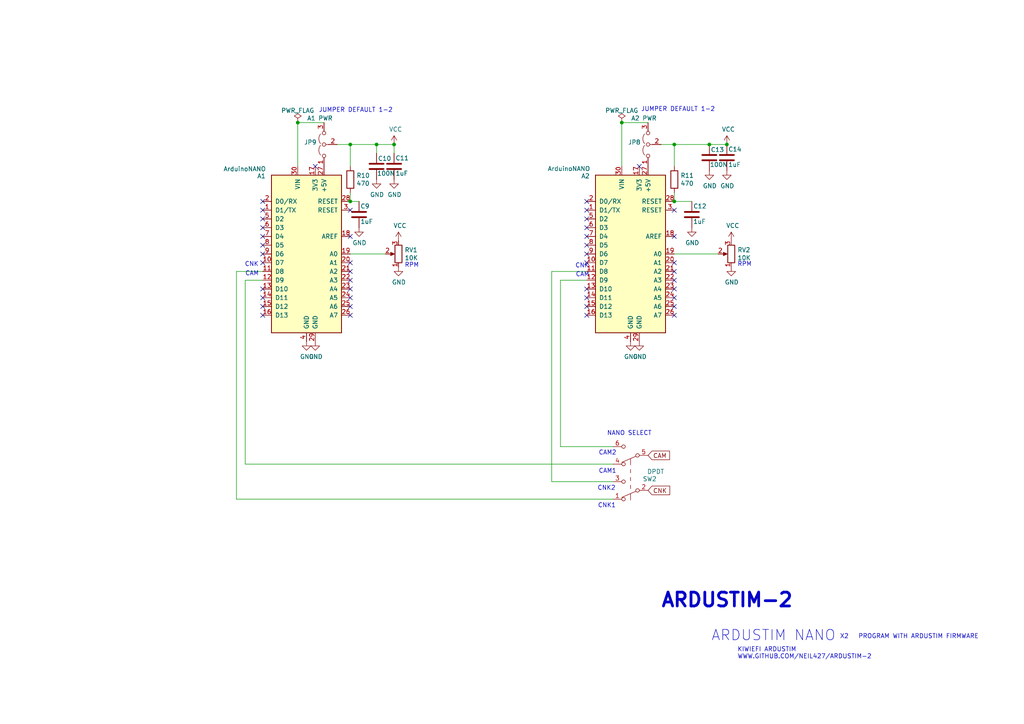
<source format=kicad_sch>
(kicad_sch (version 20230121) (generator eeschema)

  (uuid e333374e-2ddc-4e26-9fe1-57bee1845c98)

  (paper "A4")

  (lib_symbols
    (symbol "Device:C" (pin_numbers hide) (pin_names (offset 0.254)) (in_bom yes) (on_board yes)
      (property "Reference" "C" (at 0.635 2.54 0)
        (effects (font (size 1.27 1.27)) (justify left))
      )
      (property "Value" "C" (at 0.635 -2.54 0)
        (effects (font (size 1.27 1.27)) (justify left))
      )
      (property "Footprint" "" (at 0.9652 -3.81 0)
        (effects (font (size 1.27 1.27)) hide)
      )
      (property "Datasheet" "~" (at 0 0 0)
        (effects (font (size 1.27 1.27)) hide)
      )
      (property "ki_keywords" "cap capacitor" (at 0 0 0)
        (effects (font (size 1.27 1.27)) hide)
      )
      (property "ki_description" "Unpolarized capacitor" (at 0 0 0)
        (effects (font (size 1.27 1.27)) hide)
      )
      (property "ki_fp_filters" "C_*" (at 0 0 0)
        (effects (font (size 1.27 1.27)) hide)
      )
      (symbol "C_0_1"
        (polyline
          (pts
            (xy -2.032 -0.762)
            (xy 2.032 -0.762)
          )
          (stroke (width 0.508) (type default))
          (fill (type none))
        )
        (polyline
          (pts
            (xy -2.032 0.762)
            (xy 2.032 0.762)
          )
          (stroke (width 0.508) (type default))
          (fill (type none))
        )
      )
      (symbol "C_1_1"
        (pin passive line (at 0 3.81 270) (length 2.794)
          (name "~" (effects (font (size 1.27 1.27))))
          (number "1" (effects (font (size 1.27 1.27))))
        )
        (pin passive line (at 0 -3.81 90) (length 2.794)
          (name "~" (effects (font (size 1.27 1.27))))
          (number "2" (effects (font (size 1.27 1.27))))
        )
      )
    )
    (symbol "Device:R" (pin_numbers hide) (pin_names (offset 0)) (in_bom yes) (on_board yes)
      (property "Reference" "R" (at 2.032 0 90)
        (effects (font (size 1.27 1.27)))
      )
      (property "Value" "R" (at 0 0 90)
        (effects (font (size 1.27 1.27)))
      )
      (property "Footprint" "" (at -1.778 0 90)
        (effects (font (size 1.27 1.27)) hide)
      )
      (property "Datasheet" "~" (at 0 0 0)
        (effects (font (size 1.27 1.27)) hide)
      )
      (property "ki_keywords" "R res resistor" (at 0 0 0)
        (effects (font (size 1.27 1.27)) hide)
      )
      (property "ki_description" "Resistor" (at 0 0 0)
        (effects (font (size 1.27 1.27)) hide)
      )
      (property "ki_fp_filters" "R_*" (at 0 0 0)
        (effects (font (size 1.27 1.27)) hide)
      )
      (symbol "R_0_1"
        (rectangle (start -1.016 -2.54) (end 1.016 2.54)
          (stroke (width 0.254) (type default))
          (fill (type none))
        )
      )
      (symbol "R_1_1"
        (pin passive line (at 0 3.81 270) (length 1.27)
          (name "~" (effects (font (size 1.27 1.27))))
          (number "1" (effects (font (size 1.27 1.27))))
        )
        (pin passive line (at 0 -3.81 90) (length 1.27)
          (name "~" (effects (font (size 1.27 1.27))))
          (number "2" (effects (font (size 1.27 1.27))))
        )
      )
    )
    (symbol "Jumper:Jumper_3_Open" (pin_names (offset 0) hide) (in_bom yes) (on_board yes)
      (property "Reference" "JP" (at -2.54 -2.54 0)
        (effects (font (size 1.27 1.27)))
      )
      (property "Value" "Jumper_3_Open" (at 0 2.794 0)
        (effects (font (size 1.27 1.27)))
      )
      (property "Footprint" "" (at 0 0 0)
        (effects (font (size 1.27 1.27)) hide)
      )
      (property "Datasheet" "~" (at 0 0 0)
        (effects (font (size 1.27 1.27)) hide)
      )
      (property "ki_keywords" "Jumper SPDT" (at 0 0 0)
        (effects (font (size 1.27 1.27)) hide)
      )
      (property "ki_description" "Jumper, 3-pole, both open" (at 0 0 0)
        (effects (font (size 1.27 1.27)) hide)
      )
      (property "ki_fp_filters" "Jumper* TestPoint*3Pads* TestPoint*Bridge*" (at 0 0 0)
        (effects (font (size 1.27 1.27)) hide)
      )
      (symbol "Jumper_3_Open_0_0"
        (circle (center -3.302 0) (radius 0.508)
          (stroke (width 0) (type default))
          (fill (type none))
        )
        (circle (center 0 0) (radius 0.508)
          (stroke (width 0) (type default))
          (fill (type none))
        )
        (circle (center 3.302 0) (radius 0.508)
          (stroke (width 0) (type default))
          (fill (type none))
        )
      )
      (symbol "Jumper_3_Open_0_1"
        (arc (start -0.254 1.016) (mid -1.651 1.4992) (end -3.048 1.016)
          (stroke (width 0) (type default))
          (fill (type none))
        )
        (polyline
          (pts
            (xy 0 -0.508)
            (xy 0 -1.27)
          )
          (stroke (width 0) (type default))
          (fill (type none))
        )
        (arc (start 3.048 1.016) (mid 1.651 1.4992) (end 0.254 1.016)
          (stroke (width 0) (type default))
          (fill (type none))
        )
      )
      (symbol "Jumper_3_Open_1_1"
        (pin passive line (at -6.35 0 0) (length 2.54)
          (name "A" (effects (font (size 1.27 1.27))))
          (number "1" (effects (font (size 1.27 1.27))))
        )
        (pin passive line (at 0 -3.81 90) (length 2.54)
          (name "C" (effects (font (size 1.27 1.27))))
          (number "2" (effects (font (size 1.27 1.27))))
        )
        (pin passive line (at 6.35 0 180) (length 2.54)
          (name "B" (effects (font (size 1.27 1.27))))
          (number "3" (effects (font (size 1.27 1.27))))
        )
      )
    )
    (symbol "KiwiStim0.3-rescue:Arduino_Nano_v3.x-MCU_Module" (pin_names (offset 1.016)) (in_bom yes) (on_board yes)
      (property "Reference" "A" (at -5.08 26.035 0)
        (effects (font (size 1.27 1.27)) (justify right))
      )
      (property "Value" "MCU_Module_Arduino_Nano_v3.x" (at -5.08 24.13 0)
        (effects (font (size 1.27 1.27)) (justify right))
      )
      (property "Footprint" "Module:Arduino_Nano" (at 3.81 -24.13 0)
        (effects (font (size 1.27 1.27)) (justify left) hide)
      )
      (property "Datasheet" "" (at 0 -25.4 0)
        (effects (font (size 1.27 1.27)) hide)
      )
      (property "ki_fp_filters" "Arduino*Nano*" (at 0 0 0)
        (effects (font (size 1.27 1.27)) hide)
      )
      (symbol "Arduino_Nano_v3.x-MCU_Module_0_1"
        (rectangle (start -10.16 22.86) (end 10.16 -22.86)
          (stroke (width 0.254) (type solid))
          (fill (type background))
        )
      )
      (symbol "Arduino_Nano_v3.x-MCU_Module_1_1"
        (pin bidirectional line (at -12.7 12.7 0) (length 2.54)
          (name "D1/TX" (effects (font (size 1.27 1.27))))
          (number "1" (effects (font (size 1.27 1.27))))
        )
        (pin bidirectional line (at -12.7 -2.54 0) (length 2.54)
          (name "D7" (effects (font (size 1.27 1.27))))
          (number "10" (effects (font (size 1.27 1.27))))
        )
        (pin bidirectional line (at -12.7 -5.08 0) (length 2.54)
          (name "D8" (effects (font (size 1.27 1.27))))
          (number "11" (effects (font (size 1.27 1.27))))
        )
        (pin bidirectional line (at -12.7 -7.62 0) (length 2.54)
          (name "D9" (effects (font (size 1.27 1.27))))
          (number "12" (effects (font (size 1.27 1.27))))
        )
        (pin bidirectional line (at -12.7 -10.16 0) (length 2.54)
          (name "D10" (effects (font (size 1.27 1.27))))
          (number "13" (effects (font (size 1.27 1.27))))
        )
        (pin bidirectional line (at -12.7 -12.7 0) (length 2.54)
          (name "D11" (effects (font (size 1.27 1.27))))
          (number "14" (effects (font (size 1.27 1.27))))
        )
        (pin bidirectional line (at -12.7 -15.24 0) (length 2.54)
          (name "D12" (effects (font (size 1.27 1.27))))
          (number "15" (effects (font (size 1.27 1.27))))
        )
        (pin bidirectional line (at -12.7 -17.78 0) (length 2.54)
          (name "D13" (effects (font (size 1.27 1.27))))
          (number "16" (effects (font (size 1.27 1.27))))
        )
        (pin power_out line (at 2.54 25.4 270) (length 2.54)
          (name "3V3" (effects (font (size 1.27 1.27))))
          (number "17" (effects (font (size 1.27 1.27))))
        )
        (pin input line (at 12.7 5.08 180) (length 2.54)
          (name "AREF" (effects (font (size 1.27 1.27))))
          (number "18" (effects (font (size 1.27 1.27))))
        )
        (pin bidirectional line (at 12.7 0 180) (length 2.54)
          (name "A0" (effects (font (size 1.27 1.27))))
          (number "19" (effects (font (size 1.27 1.27))))
        )
        (pin bidirectional line (at -12.7 15.24 0) (length 2.54)
          (name "D0/RX" (effects (font (size 1.27 1.27))))
          (number "2" (effects (font (size 1.27 1.27))))
        )
        (pin bidirectional line (at 12.7 -2.54 180) (length 2.54)
          (name "A1" (effects (font (size 1.27 1.27))))
          (number "20" (effects (font (size 1.27 1.27))))
        )
        (pin bidirectional line (at 12.7 -5.08 180) (length 2.54)
          (name "A2" (effects (font (size 1.27 1.27))))
          (number "21" (effects (font (size 1.27 1.27))))
        )
        (pin bidirectional line (at 12.7 -7.62 180) (length 2.54)
          (name "A3" (effects (font (size 1.27 1.27))))
          (number "22" (effects (font (size 1.27 1.27))))
        )
        (pin bidirectional line (at 12.7 -10.16 180) (length 2.54)
          (name "A4" (effects (font (size 1.27 1.27))))
          (number "23" (effects (font (size 1.27 1.27))))
        )
        (pin bidirectional line (at 12.7 -12.7 180) (length 2.54)
          (name "A5" (effects (font (size 1.27 1.27))))
          (number "24" (effects (font (size 1.27 1.27))))
        )
        (pin bidirectional line (at 12.7 -15.24 180) (length 2.54)
          (name "A6" (effects (font (size 1.27 1.27))))
          (number "25" (effects (font (size 1.27 1.27))))
        )
        (pin bidirectional line (at 12.7 -17.78 180) (length 2.54)
          (name "A7" (effects (font (size 1.27 1.27))))
          (number "26" (effects (font (size 1.27 1.27))))
        )
        (pin power_out line (at 5.08 25.4 270) (length 2.54)
          (name "+5V" (effects (font (size 1.27 1.27))))
          (number "27" (effects (font (size 1.27 1.27))))
        )
        (pin input line (at 12.7 15.24 180) (length 2.54)
          (name "RESET" (effects (font (size 1.27 1.27))))
          (number "28" (effects (font (size 1.27 1.27))))
        )
        (pin power_in line (at 2.54 -25.4 90) (length 2.54)
          (name "GND" (effects (font (size 1.27 1.27))))
          (number "29" (effects (font (size 1.27 1.27))))
        )
        (pin input line (at 12.7 12.7 180) (length 2.54)
          (name "RESET" (effects (font (size 1.27 1.27))))
          (number "3" (effects (font (size 1.27 1.27))))
        )
        (pin power_in line (at -2.54 25.4 270) (length 2.54)
          (name "VIN" (effects (font (size 1.27 1.27))))
          (number "30" (effects (font (size 1.27 1.27))))
        )
        (pin power_in line (at 0 -25.4 90) (length 2.54)
          (name "GND" (effects (font (size 1.27 1.27))))
          (number "4" (effects (font (size 1.27 1.27))))
        )
        (pin bidirectional line (at -12.7 10.16 0) (length 2.54)
          (name "D2" (effects (font (size 1.27 1.27))))
          (number "5" (effects (font (size 1.27 1.27))))
        )
        (pin bidirectional line (at -12.7 7.62 0) (length 2.54)
          (name "D3" (effects (font (size 1.27 1.27))))
          (number "6" (effects (font (size 1.27 1.27))))
        )
        (pin bidirectional line (at -12.7 5.08 0) (length 2.54)
          (name "D4" (effects (font (size 1.27 1.27))))
          (number "7" (effects (font (size 1.27 1.27))))
        )
        (pin bidirectional line (at -12.7 2.54 0) (length 2.54)
          (name "D5" (effects (font (size 1.27 1.27))))
          (number "8" (effects (font (size 1.27 1.27))))
        )
        (pin bidirectional line (at -12.7 0 0) (length 2.54)
          (name "D6" (effects (font (size 1.27 1.27))))
          (number "9" (effects (font (size 1.27 1.27))))
        )
      )
    )
    (symbol "KiwiStim0.3-rescue:R_POT-Device" (pin_names (offset 1.016) hide) (in_bom yes) (on_board yes)
      (property "Reference" "RV" (at -4.445 0 90)
        (effects (font (size 1.27 1.27)))
      )
      (property "Value" "Device_R_POT" (at -2.54 0 90)
        (effects (font (size 1.27 1.27)))
      )
      (property "Footprint" "" (at 0 0 0)
        (effects (font (size 1.27 1.27)) hide)
      )
      (property "Datasheet" "" (at 0 0 0)
        (effects (font (size 1.27 1.27)) hide)
      )
      (property "ki_fp_filters" "Potentiometer*" (at 0 0 0)
        (effects (font (size 1.27 1.27)) hide)
      )
      (symbol "R_POT-Device_0_1"
        (polyline
          (pts
            (xy 2.54 0)
            (xy 1.524 0)
          )
          (stroke (width 0) (type solid))
          (fill (type none))
        )
        (polyline
          (pts
            (xy 1.143 0)
            (xy 2.286 0.508)
            (xy 2.286 -0.508)
            (xy 1.143 0)
          )
          (stroke (width 0) (type solid))
          (fill (type outline))
        )
        (rectangle (start 1.016 2.54) (end -1.016 -2.54)
          (stroke (width 0.254) (type solid))
          (fill (type none))
        )
      )
      (symbol "R_POT-Device_1_1"
        (pin passive line (at 0 3.81 270) (length 1.27)
          (name "1" (effects (font (size 1.27 1.27))))
          (number "1" (effects (font (size 1.27 1.27))))
        )
        (pin passive line (at 3.81 0 180) (length 1.27)
          (name "2" (effects (font (size 1.27 1.27))))
          (number "2" (effects (font (size 1.27 1.27))))
        )
        (pin passive line (at 0 -3.81 90) (length 1.27)
          (name "3" (effects (font (size 1.27 1.27))))
          (number "3" (effects (font (size 1.27 1.27))))
        )
      )
    )
    (symbol "Switch:SW_Push_DPDT" (pin_names (offset 0) hide) (in_bom yes) (on_board yes)
      (property "Reference" "SW" (at 0 8.89 0)
        (effects (font (size 1.27 1.27)))
      )
      (property "Value" "SW_Push_DPDT" (at 0 -10.16 0)
        (effects (font (size 1.27 1.27)))
      )
      (property "Footprint" "" (at 0 5.08 0)
        (effects (font (size 1.27 1.27)) hide)
      )
      (property "Datasheet" "~" (at 0 5.08 0)
        (effects (font (size 1.27 1.27)) hide)
      )
      (property "ki_keywords" "switch dual-pole double-throw spdt ON-ON" (at 0 0 0)
        (effects (font (size 1.27 1.27)) hide)
      )
      (property "ki_description" "Momentary Switch, dual pole double throw" (at 0 0 0)
        (effects (font (size 1.27 1.27)) hide)
      )
      (symbol "SW_Push_DPDT_0_0"
        (circle (center -2.032 -5.08) (radius 0.508)
          (stroke (width 0) (type default))
          (fill (type none))
        )
        (circle (center -2.032 5.08) (radius 0.508)
          (stroke (width 0) (type default))
          (fill (type none))
        )
        (circle (center 2.032 -7.62) (radius 0.508)
          (stroke (width 0) (type default))
          (fill (type none))
        )
        (circle (center 2.032 2.54) (radius 0.508)
          (stroke (width 0) (type default))
          (fill (type none))
        )
      )
      (symbol "SW_Push_DPDT_0_1"
        (polyline
          (pts
            (xy -1.524 -4.826)
            (xy 2.54 -3.048)
          )
          (stroke (width 0) (type default))
          (fill (type none))
        )
        (polyline
          (pts
            (xy -1.524 5.334)
            (xy 2.54 7.112)
          )
          (stroke (width 0) (type default))
          (fill (type none))
        )
        (polyline
          (pts
            (xy 0 -2.286)
            (xy 0 -4.064)
          )
          (stroke (width 0) (type default))
          (fill (type none))
        )
        (polyline
          (pts
            (xy 0 -1.016)
            (xy 0 0)
          )
          (stroke (width 0) (type default))
          (fill (type none))
        )
        (polyline
          (pts
            (xy 0 1.27)
            (xy 0 2.286)
          )
          (stroke (width 0) (type default))
          (fill (type none))
        )
        (polyline
          (pts
            (xy 0 3.556)
            (xy 0 4.572)
          )
          (stroke (width 0) (type default))
          (fill (type none))
        )
        (polyline
          (pts
            (xy 0 7.874)
            (xy 0 6.096)
          )
          (stroke (width 0) (type default))
          (fill (type none))
        )
        (circle (center 2.032 -2.54) (radius 0.508)
          (stroke (width 0) (type default))
          (fill (type none))
        )
        (circle (center 2.032 7.62) (radius 0.508)
          (stroke (width 0) (type default))
          (fill (type none))
        )
      )
      (symbol "SW_Push_DPDT_1_1"
        (pin passive line (at 5.08 7.62 180) (length 2.54)
          (name "A" (effects (font (size 1.27 1.27))))
          (number "1" (effects (font (size 1.27 1.27))))
        )
        (pin passive line (at -5.08 5.08 0) (length 2.54)
          (name "B" (effects (font (size 1.27 1.27))))
          (number "2" (effects (font (size 1.27 1.27))))
        )
        (pin passive line (at 5.08 2.54 180) (length 2.54)
          (name "C" (effects (font (size 1.27 1.27))))
          (number "3" (effects (font (size 1.27 1.27))))
        )
        (pin passive line (at 5.08 -2.54 180) (length 2.54)
          (name "A" (effects (font (size 1.27 1.27))))
          (number "4" (effects (font (size 1.27 1.27))))
        )
        (pin passive line (at -5.08 -5.08 0) (length 2.54)
          (name "B" (effects (font (size 1.27 1.27))))
          (number "5" (effects (font (size 1.27 1.27))))
        )
        (pin passive line (at 5.08 -7.62 180) (length 2.54)
          (name "C" (effects (font (size 1.27 1.27))))
          (number "6" (effects (font (size 1.27 1.27))))
        )
      )
    )
    (symbol "power:GND" (power) (pin_names (offset 0)) (in_bom yes) (on_board yes)
      (property "Reference" "#PWR" (at 0 -6.35 0)
        (effects (font (size 1.27 1.27)) hide)
      )
      (property "Value" "GND" (at 0 -3.81 0)
        (effects (font (size 1.27 1.27)))
      )
      (property "Footprint" "" (at 0 0 0)
        (effects (font (size 1.27 1.27)) hide)
      )
      (property "Datasheet" "" (at 0 0 0)
        (effects (font (size 1.27 1.27)) hide)
      )
      (property "ki_keywords" "global power" (at 0 0 0)
        (effects (font (size 1.27 1.27)) hide)
      )
      (property "ki_description" "Power symbol creates a global label with name \"GND\" , ground" (at 0 0 0)
        (effects (font (size 1.27 1.27)) hide)
      )
      (symbol "GND_0_1"
        (polyline
          (pts
            (xy 0 0)
            (xy 0 -1.27)
            (xy 1.27 -1.27)
            (xy 0 -2.54)
            (xy -1.27 -1.27)
            (xy 0 -1.27)
          )
          (stroke (width 0) (type default))
          (fill (type none))
        )
      )
      (symbol "GND_1_1"
        (pin power_in line (at 0 0 270) (length 0) hide
          (name "GND" (effects (font (size 1.27 1.27))))
          (number "1" (effects (font (size 1.27 1.27))))
        )
      )
    )
    (symbol "power:PWR_FLAG" (power) (pin_numbers hide) (pin_names (offset 0) hide) (in_bom yes) (on_board yes)
      (property "Reference" "#FLG" (at 0 1.905 0)
        (effects (font (size 1.27 1.27)) hide)
      )
      (property "Value" "PWR_FLAG" (at 0 3.81 0)
        (effects (font (size 1.27 1.27)))
      )
      (property "Footprint" "" (at 0 0 0)
        (effects (font (size 1.27 1.27)) hide)
      )
      (property "Datasheet" "~" (at 0 0 0)
        (effects (font (size 1.27 1.27)) hide)
      )
      (property "ki_keywords" "flag power" (at 0 0 0)
        (effects (font (size 1.27 1.27)) hide)
      )
      (property "ki_description" "Special symbol for telling ERC where power comes from" (at 0 0 0)
        (effects (font (size 1.27 1.27)) hide)
      )
      (symbol "PWR_FLAG_0_0"
        (pin power_out line (at 0 0 90) (length 0)
          (name "pwr" (effects (font (size 1.27 1.27))))
          (number "1" (effects (font (size 1.27 1.27))))
        )
      )
      (symbol "PWR_FLAG_0_1"
        (polyline
          (pts
            (xy 0 0)
            (xy 0 1.27)
            (xy -1.016 1.905)
            (xy 0 2.54)
            (xy 1.016 1.905)
            (xy 0 1.27)
          )
          (stroke (width 0) (type default))
          (fill (type none))
        )
      )
    )
    (symbol "power:VCC" (power) (pin_names (offset 0)) (in_bom yes) (on_board yes)
      (property "Reference" "#PWR" (at 0 -3.81 0)
        (effects (font (size 1.27 1.27)) hide)
      )
      (property "Value" "VCC" (at 0 3.81 0)
        (effects (font (size 1.27 1.27)))
      )
      (property "Footprint" "" (at 0 0 0)
        (effects (font (size 1.27 1.27)) hide)
      )
      (property "Datasheet" "" (at 0 0 0)
        (effects (font (size 1.27 1.27)) hide)
      )
      (property "ki_keywords" "global power" (at 0 0 0)
        (effects (font (size 1.27 1.27)) hide)
      )
      (property "ki_description" "Power symbol creates a global label with name \"VCC\"" (at 0 0 0)
        (effects (font (size 1.27 1.27)) hide)
      )
      (symbol "VCC_0_1"
        (polyline
          (pts
            (xy -0.762 1.27)
            (xy 0 2.54)
          )
          (stroke (width 0) (type default))
          (fill (type none))
        )
        (polyline
          (pts
            (xy 0 0)
            (xy 0 2.54)
          )
          (stroke (width 0) (type default))
          (fill (type none))
        )
        (polyline
          (pts
            (xy 0 2.54)
            (xy 0.762 1.27)
          )
          (stroke (width 0) (type default))
          (fill (type none))
        )
      )
      (symbol "VCC_1_1"
        (pin power_in line (at 0 0 90) (length 0) hide
          (name "VCC" (effects (font (size 1.27 1.27))))
          (number "1" (effects (font (size 1.27 1.27))))
        )
      )
    )
  )

  (junction (at 101.6 58.42) (diameter 0) (color 0 0 0 0)
    (uuid 33a50db1-212a-41a7-b11a-100bca76edec)
  )
  (junction (at 205.74 41.91) (diameter 0) (color 0 0 0 0)
    (uuid 65c9c66d-04e4-4284-bc5f-677af2f5d482)
  )
  (junction (at 195.58 58.42) (diameter 0) (color 0 0 0 0)
    (uuid 77480457-b7cb-426f-a3b0-6ef28c943aaa)
  )
  (junction (at 180.34 35.56) (diameter 0) (color 0 0 0 0)
    (uuid 7cbf1013-9e34-47f2-87e1-63c4ed7e8fa1)
  )
  (junction (at 195.58 41.91) (diameter 0) (color 0 0 0 0)
    (uuid 8d9a246e-890f-4a14-b646-ababa0888ec5)
  )
  (junction (at 109.22 41.91) (diameter 0) (color 0 0 0 0)
    (uuid b39dcb64-7c84-4acc-8ebf-6f8d8b6db9e7)
  )
  (junction (at 114.3 41.91) (diameter 0) (color 0 0 0 0)
    (uuid b5e1728c-8e5a-49ae-8607-657edaa920bb)
  )
  (junction (at 86.36 35.56) (diameter 0) (color 0 0 0 0)
    (uuid b638e25f-425b-4692-a093-233914c79a53)
  )
  (junction (at 210.82 41.91) (diameter 0) (color 0 0 0 0)
    (uuid d3c8898a-b8ed-430e-a6e6-8e113c3edf8d)
  )
  (junction (at 101.6 41.91) (diameter 0) (color 0 0 0 0)
    (uuid d669febe-8979-4c05-8c5a-9a7b68608069)
  )

  (no_connect (at 195.58 60.96) (uuid 02ae2f4c-b4ab-4142-bfeb-1bf0c470337d))
  (no_connect (at 170.18 76.2) (uuid 057f246d-9ee3-40fd-a304-257e429583d7))
  (no_connect (at 76.2 66.04) (uuid 086b5c51-dc9d-488b-887c-8a390add0819))
  (no_connect (at 76.2 83.82) (uuid 10a43907-b925-441f-a24a-90f7464ab12e))
  (no_connect (at 170.18 58.42) (uuid 1b5bd242-5bdd-49ef-b037-55b8fe62bd37))
  (no_connect (at 170.18 86.36) (uuid 1d611055-1410-463d-bb2a-cfe66afa84a9))
  (no_connect (at 76.2 60.96) (uuid 1d684653-5a9e-4978-9bf5-c193f9339f44))
  (no_connect (at 195.58 78.74) (uuid 1ec2a4dd-9c95-464a-a3ce-d73385c8918a))
  (no_connect (at 170.18 73.66) (uuid 2ad8885b-d2b8-4540-a892-f1892331ecf4))
  (no_connect (at 195.58 81.28) (uuid 2bcc2167-8f9b-4657-83d9-66078f0c5e0b))
  (no_connect (at 76.2 88.9) (uuid 2e24d4b6-6533-4eba-861c-4f4258d3dcde))
  (no_connect (at 170.18 60.96) (uuid 3460be79-6de4-4777-9f97-36076c6eea1d))
  (no_connect (at 170.18 83.82) (uuid 36d70696-d7be-4416-93db-42ddd49d430d))
  (no_connect (at 101.6 76.2) (uuid 3ccdc898-ccbf-4334-88d4-7121db4492e8))
  (no_connect (at 101.6 78.74) (uuid 3d8781b5-f54d-47b6-ae85-d3101231d1f1))
  (no_connect (at 76.2 76.2) (uuid 4356635b-b88b-48fb-8ece-ff6b6ad8d7ee))
  (no_connect (at 195.58 91.44) (uuid 4986f05a-90fd-41e6-957c-bf490afe8bec))
  (no_connect (at 76.2 71.12) (uuid 4a48449f-18ea-4208-bd0e-bcd9e2f4be3d))
  (no_connect (at 170.18 63.5) (uuid 58358feb-732f-4c08-9f38-2c9c5435105b))
  (no_connect (at 170.18 71.12) (uuid 6307f860-4bfa-4eea-8f06-9ccc0787887d))
  (no_connect (at 195.58 83.82) (uuid 645560a6-f5bb-465a-857b-09b32d692e77))
  (no_connect (at 185.42 48.26) (uuid 6ceed8c0-b24a-4235-bbac-481999251279))
  (no_connect (at 170.18 88.9) (uuid 714ac5ee-6367-416d-8e8a-568fe09ec8b6))
  (no_connect (at 170.18 91.44) (uuid 7c649d2c-bbfc-4e47-ac35-4facae1b4838))
  (no_connect (at 101.6 91.44) (uuid 8e6f3dbb-0f13-4a91-8d40-24a57779df3b))
  (no_connect (at 195.58 76.2) (uuid 8f6d4620-b26f-4d31-ae0f-b869ca724977))
  (no_connect (at 195.58 86.36) (uuid 91136983-09b6-4f6d-ab82-5079ad5c471b))
  (no_connect (at 76.2 68.58) (uuid 922cd7a5-bb28-4d9b-aff1-5d4f998c32cc))
  (no_connect (at 170.18 66.04) (uuid 936db761-abe7-4111-8497-64713da8f11c))
  (no_connect (at 195.58 68.58) (uuid 94cf3841-866f-4f4f-b520-f3915ec02aee))
  (no_connect (at 101.6 88.9) (uuid a5f5f203-a9c5-4f61-a0ae-af623928d18e))
  (no_connect (at 76.2 86.36) (uuid ab6acf95-7638-43cd-94a8-bd1dc6c0a2b9))
  (no_connect (at 76.2 63.5) (uuid b284b08f-2563-432b-aa94-cfa2583c04d0))
  (no_connect (at 76.2 73.66) (uuid c08031bb-02a8-4b40-a698-86f6563e9d0a))
  (no_connect (at 91.44 48.26) (uuid c50865a9-e1c0-4739-b94b-fd2a67f03241))
  (no_connect (at 76.2 91.44) (uuid c583c834-161e-425a-930f-1eec764d81c5))
  (no_connect (at 101.6 60.96) (uuid c7e73e34-4522-48c8-bc96-80eaa3fbc7f3))
  (no_connect (at 195.58 88.9) (uuid cc9bb3f2-1a41-40bf-828e-d8525e0098b3))
  (no_connect (at 101.6 83.82) (uuid d1f69629-1e19-4199-9d3e-5e88e3423432))
  (no_connect (at 101.6 68.58) (uuid d4d0ee6d-1422-469e-aa32-180d5ce8c608))
  (no_connect (at 170.18 68.58) (uuid e43faa82-8fa1-41b5-8351-478c3d13472f))
  (no_connect (at 76.2 58.42) (uuid ee59f4b3-c91d-4a9a-ba0e-70358829a277))
  (no_connect (at 101.6 86.36) (uuid f551f625-b290-488d-be7c-7ba8d8fb0a77))
  (no_connect (at 101.6 81.28) (uuid f58c55ee-5cde-457c-becf-e75dfa0e104b))

  (wire (pts (xy 195.58 41.91) (xy 195.58 48.26))
    (stroke (width 0) (type default))
    (uuid 013e78d3-8a40-433c-8264-5609b7f4fb6c)
  )
  (wire (pts (xy 195.58 41.91) (xy 191.77 41.91))
    (stroke (width 0) (type default))
    (uuid 05644ecc-6963-46e2-bf39-9bc8288addfb)
  )
  (wire (pts (xy 187.96 35.56) (xy 180.34 35.56))
    (stroke (width 0) (type default))
    (uuid 05f7240e-30a7-4be2-92e9-fae4b19b2088)
  )
  (wire (pts (xy 101.6 58.42) (xy 104.14 58.42))
    (stroke (width 0) (type default))
    (uuid 0b836ef4-3d4e-4742-aed0-7b55eafa3cf1)
  )
  (wire (pts (xy 71.12 134.62) (xy 71.12 81.28))
    (stroke (width 0) (type default))
    (uuid 11260e29-3e7e-4756-b987-c2eadedbd624)
  )
  (wire (pts (xy 162.56 81.28) (xy 162.56 129.54))
    (stroke (width 0) (type default))
    (uuid 1e68f4fa-0679-41fd-a429-83a0ca14562c)
  )
  (wire (pts (xy 68.58 144.78) (xy 68.58 78.74))
    (stroke (width 0) (type default))
    (uuid 2b6165db-e7cf-44f9-84c1-45b2d250c495)
  )
  (wire (pts (xy 101.6 55.88) (xy 101.6 58.42))
    (stroke (width 0) (type default))
    (uuid 306f4741-5b9d-4bcc-aa07-ddfd8771866f)
  )
  (wire (pts (xy 71.12 134.62) (xy 177.8 134.62))
    (stroke (width 0) (type default))
    (uuid 30ac13e8-605b-4e2a-8077-dfd76bb10d8a)
  )
  (wire (pts (xy 195.58 58.42) (xy 200.66 58.42))
    (stroke (width 0) (type default))
    (uuid 37c73cca-948f-461d-ab20-9768c14c0750)
  )
  (wire (pts (xy 71.12 81.28) (xy 76.2 81.28))
    (stroke (width 0) (type default))
    (uuid 39128854-384d-4d2a-bbe5-a81232e8997a)
  )
  (wire (pts (xy 101.6 41.91) (xy 101.6 48.26))
    (stroke (width 0) (type default))
    (uuid 3a29269e-7e12-4e07-b400-f0ee47237463)
  )
  (wire (pts (xy 170.18 81.28) (xy 162.56 81.28))
    (stroke (width 0) (type default))
    (uuid 3eb299a1-6775-4f22-80d6-043ecaf93f52)
  )
  (wire (pts (xy 109.22 41.91) (xy 114.3 41.91))
    (stroke (width 0) (type default))
    (uuid 4e210c82-4ce3-4ec7-97dc-3b0a189fc0be)
  )
  (wire (pts (xy 195.58 41.91) (xy 205.74 41.91))
    (stroke (width 0) (type default))
    (uuid 6105fa19-4838-4ab0-ab7c-de8a7dbb6572)
  )
  (wire (pts (xy 68.58 144.78) (xy 177.8 144.78))
    (stroke (width 0) (type default))
    (uuid 6f8a6350-e4f9-4e3e-8ffb-f0c225f43bc0)
  )
  (wire (pts (xy 195.58 55.88) (xy 195.58 58.42))
    (stroke (width 0) (type default))
    (uuid 901eab47-d5b6-4043-ac10-bc767d56fda8)
  )
  (wire (pts (xy 114.3 41.91) (xy 114.3 44.45))
    (stroke (width 0) (type default))
    (uuid 94f28ae5-7f86-4829-a46f-66132fe6d7c3)
  )
  (wire (pts (xy 177.8 139.7) (xy 160.02 139.7))
    (stroke (width 0) (type default))
    (uuid 96a6684e-c024-43ce-bd57-80b461837ee4)
  )
  (wire (pts (xy 86.36 35.56) (xy 86.36 48.26))
    (stroke (width 0) (type default))
    (uuid 9fe7bb17-73e6-4832-a7a5-b4750fc16562)
  )
  (wire (pts (xy 109.22 41.91) (xy 109.22 44.45))
    (stroke (width 0) (type default))
    (uuid a1436806-3228-4d29-8d54-c70fb24216f1)
  )
  (wire (pts (xy 93.98 35.56) (xy 86.36 35.56))
    (stroke (width 0) (type default))
    (uuid a2b22be7-d8fe-49f6-b082-f38123f08665)
  )
  (wire (pts (xy 68.58 78.74) (xy 76.2 78.74))
    (stroke (width 0) (type default))
    (uuid a654f9fc-1bb0-488b-bcea-2de1bc7b29b2)
  )
  (wire (pts (xy 101.6 41.91) (xy 109.22 41.91))
    (stroke (width 0) (type default))
    (uuid b1c7af5b-69d5-47b8-a993-c7a91b1892f4)
  )
  (wire (pts (xy 195.58 73.66) (xy 208.28 73.66))
    (stroke (width 0) (type default))
    (uuid b2439a5f-780a-4724-af72-afff5849e991)
  )
  (wire (pts (xy 162.56 129.54) (xy 177.8 129.54))
    (stroke (width 0) (type default))
    (uuid bca84d55-3b6b-403b-854f-865dbe95b52a)
  )
  (wire (pts (xy 170.18 78.74) (xy 160.02 78.74))
    (stroke (width 0) (type default))
    (uuid bca8854a-b331-4669-b0ed-e53bd863cfc2)
  )
  (wire (pts (xy 97.79 41.91) (xy 101.6 41.91))
    (stroke (width 0) (type default))
    (uuid cd3b4ef5-766b-4d04-8fc2-999b00b577da)
  )
  (wire (pts (xy 180.34 35.56) (xy 180.34 48.26))
    (stroke (width 0) (type default))
    (uuid d6eabfc5-c32b-47e9-9449-6be70b197df8)
  )
  (wire (pts (xy 101.6 73.66) (xy 111.76 73.66))
    (stroke (width 0) (type default))
    (uuid dd1dd119-b127-4922-8e61-601e124c16c4)
  )
  (wire (pts (xy 205.74 41.91) (xy 210.82 41.91))
    (stroke (width 0) (type default))
    (uuid ef8d28df-cbf7-499f-922e-e86adf0bf59f)
  )
  (wire (pts (xy 160.02 78.74) (xy 160.02 139.7))
    (stroke (width 0) (type default))
    (uuid f0446fc9-80f4-44ee-8aa4-f0b1ce1d1076)
  )

  (text "ARDUSTIM-2" (at 191.516 176.53 0)
    (effects (font (size 4 4) (thickness 0.8) bold) (justify left bottom))
    (uuid 0a7d210a-ac21-4d1e-8f5c-4def6ca59663)
  )
  (text "ARDUSTIM NANO" (at 206.248 186.182 0)
    (effects (font (size 3 3)) (justify left bottom))
    (uuid 431960c2-6bc3-49ec-8f29-4310bd190e59)
  )
  (text "CAM" (at 71.0946 80.1624 0)
    (effects (font (size 1.27 1.27)) (justify left bottom))
    (uuid 47fb25b6-7a46-4f9e-b157-caba8950f0db)
  )
  (text "CAM1" (at 173.609 137.4648 0)
    (effects (font (size 1.27 1.27)) (justify left bottom))
    (uuid 4c7d6b50-863e-4f8d-bfc7-19e6e130192d)
  )
  (text "RPM" (at 117.348 77.724 0)
    (effects (font (size 1.27 1.27)) (justify left bottom))
    (uuid 598f4ab8-0e69-4196-9358-4ed2c4c678bd)
  )
  (text "CAM2" (at 173.609 132.1562 0)
    (effects (font (size 1.27 1.27)) (justify left bottom))
    (uuid 660695ae-d497-4436-9e4e-d8927aa5d517)
  )
  (text "CAM" (at 166.9542 80.4418 0)
    (effects (font (size 1.27 1.27)) (justify left bottom))
    (uuid 6ba9b8a1-183d-4e72-8ccb-220d68e96b4f)
  )
  (text "CNK2" (at 173.2788 142.3924 0)
    (effects (font (size 1.27 1.27)) (justify left bottom))
    (uuid 73aedd4f-4973-4e6e-93f8-7cb1e84bb440)
  )
  (text "RPM" (at 213.868 77.47 0)
    (effects (font (size 1.27 1.27)) (justify left bottom))
    (uuid 7500fce6-7be3-4650-878c-e6fad316d008)
  )
  (text "PROGRAM WITH ARDUSTIM FIRMWARE" (at 248.92 185.42 0)
    (effects (font (size 1.27 1.27)) (justify left bottom))
    (uuid 78dfac02-f29b-404c-aafa-f3954aca1946)
  )
  (text "X2" (at 243.586 185.42 0)
    (effects (font (size 1.27 1.27)) (justify left bottom))
    (uuid 9a6111cd-b42e-4e68-ba9f-e1b8f7a454ad)
  )
  (text "CNK1" (at 173.3804 147.447 0)
    (effects (font (size 1.27 1.27)) (justify left bottom))
    (uuid a6f0e310-b96d-426b-be82-4070cb71890e)
  )
  (text "CNK" (at 70.9676 77.47 0)
    (effects (font (size 1.27 1.27)) (justify left bottom))
    (uuid a7465f8b-b482-4b3d-a30a-920f87ef4d70)
  )
  (text "JUMPER DEFAULT 1-2" (at 185.928 32.512 0)
    (effects (font (size 1.27 1.27)) (justify left bottom))
    (uuid b0c84c26-c2fa-4698-96a1-b80c8e0a110b)
  )
  (text "NANO SELECT" (at 176.022 126.492 0)
    (effects (font (size 1.27 1.27)) (justify left bottom))
    (uuid bc73f084-c37d-4bcc-8ae4-b0430370c8ce)
  )
  (text "JUMPER DEFAULT 1-2" (at 92.456 32.766 0)
    (effects (font (size 1.27 1.27)) (justify left bottom))
    (uuid c0eaf98c-7514-4dd0-8b9b-01d175f2b6e9)
  )
  (text "CNK" (at 166.8272 77.8764 0)
    (effects (font (size 1.27 1.27)) (justify left bottom))
    (uuid cb4848f0-942c-4408-8182-8413ef7201bb)
  )
  (text "KIWIEFI ARDUSTIM\nWWW.GITHUB.COM/NEIL427/ARDUSTIM-2"
    (at 213.868 191.262 0)
    (effects (font (size 1.27 1.27)) (justify left bottom))
    (uuid e10b4b36-5125-472c-87ca-3b0f11c58bc8)
  )

  (global_label "CNK" (shape input) (at 187.96 142.24 0)
    (effects (font (size 1.27 1.27)) (justify left))
    (uuid 77a9e129-a776-4a7c-a124-790b961f82e0)
    (property "Intersheetrefs" "${INTERSHEET_REFS}" (at 187.96 142.24 0)
      (effects (font (size 1.27 1.27)) hide)
    )
  )
  (global_label "CAM" (shape input) (at 187.96 132.08 0)
    (effects (font (size 1.27 1.27)) (justify left))
    (uuid af2db5fa-fe26-474c-9f9f-55b5469b4e6b)
    (property "Intersheetrefs" "${INTERSHEET_REFS}" (at 187.96 132.08 0)
      (effects (font (size 1.27 1.27)) hide)
    )
  )

  (symbol (lib_id "power:VCC") (at 212.09 69.85 0) (unit 1)
    (in_bom yes) (on_board yes) (dnp no)
    (uuid 00000000-0000-0000-0000-000060635349)
    (property "Reference" "#PWR032" (at 212.09 73.66 0)
      (effects (font (size 1.27 1.27)) hide)
    )
    (property "Value" "VCC" (at 212.5218 65.4558 0)
      (effects (font (size 1.27 1.27)))
    )
    (property "Footprint" "" (at 212.09 69.85 0)
      (effects (font (size 1.27 1.27)) hide)
    )
    (property "Datasheet" "" (at 212.09 69.85 0)
      (effects (font (size 1.27 1.27)) hide)
    )
    (pin "1" (uuid d6a2354c-1fe9-4d1f-a5e2-d06b095045c8))
    (instances
      (project "KiwiStim0.3"
        (path "/1bddbf16-6498-4d41-b783-4f410148cdce/00000000-0000-0000-0000-0000606155d5"
          (reference "#PWR032") (unit 1)
        )
        (path "/1bddbf16-6498-4d41-b783-4f410148cdce"
          (reference "#PWR?") (unit 1)
        )
      )
    )
  )

  (symbol (lib_id "power:VCC") (at 210.82 41.91 0) (unit 1)
    (in_bom yes) (on_board yes) (dnp no)
    (uuid 00000000-0000-0000-0000-000060635351)
    (property "Reference" "#PWR028" (at 210.82 45.72 0)
      (effects (font (size 1.27 1.27)) hide)
    )
    (property "Value" "VCC" (at 211.2518 37.5158 0)
      (effects (font (size 1.27 1.27)))
    )
    (property "Footprint" "" (at 210.82 41.91 0)
      (effects (font (size 1.27 1.27)) hide)
    )
    (property "Datasheet" "" (at 210.82 41.91 0)
      (effects (font (size 1.27 1.27)) hide)
    )
    (pin "1" (uuid 4ecbf4ef-23ec-4213-9ee0-188865d3cdbf))
    (instances
      (project "KiwiStim0.3"
        (path "/1bddbf16-6498-4d41-b783-4f410148cdce/00000000-0000-0000-0000-0000606155d5"
          (reference "#PWR028") (unit 1)
        )
        (path "/1bddbf16-6498-4d41-b783-4f410148cdce"
          (reference "#PWR?") (unit 1)
        )
      )
    )
  )

  (symbol (lib_id "power:GND") (at 212.09 77.47 0) (unit 1)
    (in_bom yes) (on_board yes) (dnp no)
    (uuid 00000000-0000-0000-0000-000060635357)
    (property "Reference" "#PWR033" (at 212.09 83.82 0)
      (effects (font (size 1.27 1.27)) hide)
    )
    (property "Value" "GND" (at 212.217 81.8642 0)
      (effects (font (size 1.27 1.27)))
    )
    (property "Footprint" "" (at 212.09 77.47 0)
      (effects (font (size 1.27 1.27)) hide)
    )
    (property "Datasheet" "" (at 212.09 77.47 0)
      (effects (font (size 1.27 1.27)) hide)
    )
    (pin "1" (uuid 377ef712-bd06-4fc5-a151-ddcb6fe89cf9))
    (instances
      (project "KiwiStim0.3"
        (path "/1bddbf16-6498-4d41-b783-4f410148cdce/00000000-0000-0000-0000-0000606155d5"
          (reference "#PWR033") (unit 1)
        )
        (path "/1bddbf16-6498-4d41-b783-4f410148cdce"
          (reference "#PWR?") (unit 1)
        )
      )
    )
  )

  (symbol (lib_id "KiwiStim0.3-rescue:R_POT-Device") (at 212.09 73.66 180) (unit 1)
    (in_bom yes) (on_board yes) (dnp no)
    (uuid 00000000-0000-0000-0000-00006063535d)
    (property "Reference" "RV2" (at 213.868 72.4916 0)
      (effects (font (size 1.27 1.27)) (justify right))
    )
    (property "Value" "10K" (at 213.868 74.803 0)
      (effects (font (size 1.27 1.27)) (justify right))
    )
    (property "Footprint" "Potentiometer_THT:Potentiometer_TT_P0915N" (at 212.09 73.66 0)
      (effects (font (size 1.27 1.27)) hide)
    )
    (property "Datasheet" "~" (at 212.09 73.66 0)
      (effects (font (size 1.27 1.27)) hide)
    )
    (pin "1" (uuid 21a5d8e9-85b3-4111-9196-04156d6df890))
    (pin "2" (uuid 2eabc317-9e85-4ec6-9591-06233ebb3d68))
    (pin "3" (uuid cbbb3665-a132-4a12-bcf8-62960973f25c))
    (instances
      (project "KiwiStim0.3"
        (path "/1bddbf16-6498-4d41-b783-4f410148cdce/00000000-0000-0000-0000-0000606155d5"
          (reference "RV2") (unit 1)
        )
        (path "/1bddbf16-6498-4d41-b783-4f410148cdce"
          (reference "RV?") (unit 1)
        )
      )
    )
  )

  (symbol (lib_id "power:GND") (at 200.66 66.04 0) (unit 1)
    (in_bom yes) (on_board yes) (dnp no)
    (uuid 00000000-0000-0000-0000-000060635379)
    (property "Reference" "#PWR029" (at 200.66 72.39 0)
      (effects (font (size 1.27 1.27)) hide)
    )
    (property "Value" "GND" (at 200.787 70.4342 0)
      (effects (font (size 1.27 1.27)))
    )
    (property "Footprint" "" (at 200.66 66.04 0)
      (effects (font (size 1.27 1.27)) hide)
    )
    (property "Datasheet" "" (at 200.66 66.04 0)
      (effects (font (size 1.27 1.27)) hide)
    )
    (pin "1" (uuid 1833f942-41cc-44f1-ba1d-9ff87b2960c3))
    (instances
      (project "KiwiStim0.3"
        (path "/1bddbf16-6498-4d41-b783-4f410148cdce/00000000-0000-0000-0000-0000606155d5"
          (reference "#PWR029") (unit 1)
        )
        (path "/1bddbf16-6498-4d41-b783-4f410148cdce"
          (reference "#PWR?") (unit 1)
        )
      )
    )
  )

  (symbol (lib_id "Device:C") (at 200.66 62.23 0) (unit 1)
    (in_bom yes) (on_board yes) (dnp no)
    (uuid 00000000-0000-0000-0000-000060635384)
    (property "Reference" "C12" (at 201.041 59.817 0)
      (effects (font (size 1.27 1.27)) (justify left))
    )
    (property "Value" "1uF" (at 201.041 64.262 0)
      (effects (font (size 1.27 1.27)) (justify left))
    )
    (property "Footprint" "Capacitor_SMD:C_0805_2012Metric_Pad1.18x1.45mm_HandSolder" (at 201.6252 66.04 0)
      (effects (font (size 1.27 1.27)) hide)
    )
    (property "Datasheet" "~" (at 200.66 62.23 0)
      (effects (font (size 1.27 1.27)) hide)
    )
    (pin "1" (uuid 8e924abd-ddc6-4ffb-8b51-7927a329fea6))
    (pin "2" (uuid 3542cc0c-d0d7-475d-9e38-b3a06c6ee2f5))
    (instances
      (project "KiwiStim0.3"
        (path "/1bddbf16-6498-4d41-b783-4f410148cdce/00000000-0000-0000-0000-0000606155d5"
          (reference "C12") (unit 1)
        )
        (path "/1bddbf16-6498-4d41-b783-4f410148cdce"
          (reference "C?") (unit 1)
        )
      )
    )
  )

  (symbol (lib_id "Device:R") (at 195.58 52.07 0) (unit 1)
    (in_bom yes) (on_board yes) (dnp no)
    (uuid 00000000-0000-0000-0000-00006063538a)
    (property "Reference" "R11" (at 197.358 50.9016 0)
      (effects (font (size 1.27 1.27)) (justify left))
    )
    (property "Value" "470" (at 197.358 53.213 0)
      (effects (font (size 1.27 1.27)) (justify left))
    )
    (property "Footprint" "Resistor_SMD:R_0805_2012Metric_Pad1.20x1.40mm_HandSolder" (at 193.802 52.07 90)
      (effects (font (size 1.27 1.27)) hide)
    )
    (property "Datasheet" "~" (at 195.58 52.07 0)
      (effects (font (size 1.27 1.27)) hide)
    )
    (pin "1" (uuid 40edc9d6-6a54-42d3-a24b-b329fe173e1c))
    (pin "2" (uuid f0447ad4-59f9-4f44-8bc4-fc02075b46ed))
    (instances
      (project "KiwiStim0.3"
        (path "/1bddbf16-6498-4d41-b783-4f410148cdce/00000000-0000-0000-0000-0000606155d5"
          (reference "R11") (unit 1)
        )
        (path "/1bddbf16-6498-4d41-b783-4f410148cdce"
          (reference "R?") (unit 1)
        )
      )
    )
  )

  (symbol (lib_id "power:GND") (at 185.42 99.06 0) (unit 1)
    (in_bom yes) (on_board yes) (dnp no)
    (uuid 00000000-0000-0000-0000-000060635391)
    (property "Reference" "#PWR027" (at 185.42 105.41 0)
      (effects (font (size 1.27 1.27)) hide)
    )
    (property "Value" "GND" (at 185.547 103.4542 0)
      (effects (font (size 1.27 1.27)))
    )
    (property "Footprint" "" (at 185.42 99.06 0)
      (effects (font (size 1.27 1.27)) hide)
    )
    (property "Datasheet" "" (at 185.42 99.06 0)
      (effects (font (size 1.27 1.27)) hide)
    )
    (pin "1" (uuid a9eba8d7-7fb8-487b-95ac-83974bc8c00f))
    (instances
      (project "KiwiStim0.3"
        (path "/1bddbf16-6498-4d41-b783-4f410148cdce/00000000-0000-0000-0000-0000606155d5"
          (reference "#PWR027") (unit 1)
        )
        (path "/1bddbf16-6498-4d41-b783-4f410148cdce"
          (reference "#PWR?") (unit 1)
        )
      )
    )
  )

  (symbol (lib_id "power:GND") (at 182.88 99.06 0) (unit 1)
    (in_bom yes) (on_board yes) (dnp no)
    (uuid 00000000-0000-0000-0000-000060635397)
    (property "Reference" "#PWR026" (at 182.88 105.41 0)
      (effects (font (size 1.27 1.27)) hide)
    )
    (property "Value" "GND" (at 183.007 103.4542 0)
      (effects (font (size 1.27 1.27)))
    )
    (property "Footprint" "" (at 182.88 99.06 0)
      (effects (font (size 1.27 1.27)) hide)
    )
    (property "Datasheet" "" (at 182.88 99.06 0)
      (effects (font (size 1.27 1.27)) hide)
    )
    (pin "1" (uuid e05cd042-df98-4550-b038-39016c3524c9))
    (instances
      (project "KiwiStim0.3"
        (path "/1bddbf16-6498-4d41-b783-4f410148cdce/00000000-0000-0000-0000-0000606155d5"
          (reference "#PWR026") (unit 1)
        )
        (path "/1bddbf16-6498-4d41-b783-4f410148cdce"
          (reference "#PWR?") (unit 1)
        )
      )
    )
  )

  (symbol (lib_id "power:GND") (at 205.74 49.53 0) (unit 1)
    (in_bom yes) (on_board yes) (dnp no)
    (uuid 00000000-0000-0000-0000-0000606353a3)
    (property "Reference" "#PWR030" (at 205.74 55.88 0)
      (effects (font (size 1.27 1.27)) hide)
    )
    (property "Value" "GND" (at 205.867 53.9242 0)
      (effects (font (size 1.27 1.27)))
    )
    (property "Footprint" "" (at 205.74 49.53 0)
      (effects (font (size 1.27 1.27)) hide)
    )
    (property "Datasheet" "" (at 205.74 49.53 0)
      (effects (font (size 1.27 1.27)) hide)
    )
    (pin "1" (uuid 439389ee-7c54-4954-8ba4-fa1c6d331d1b))
    (instances
      (project "KiwiStim0.3"
        (path "/1bddbf16-6498-4d41-b783-4f410148cdce/00000000-0000-0000-0000-0000606155d5"
          (reference "#PWR030") (unit 1)
        )
        (path "/1bddbf16-6498-4d41-b783-4f410148cdce"
          (reference "#PWR?") (unit 1)
        )
      )
    )
  )

  (symbol (lib_id "power:GND") (at 210.82 49.53 0) (unit 1)
    (in_bom yes) (on_board yes) (dnp no)
    (uuid 00000000-0000-0000-0000-0000606353a9)
    (property "Reference" "#PWR031" (at 210.82 55.88 0)
      (effects (font (size 1.27 1.27)) hide)
    )
    (property "Value" "GND" (at 210.947 53.9242 0)
      (effects (font (size 1.27 1.27)))
    )
    (property "Footprint" "" (at 210.82 49.53 0)
      (effects (font (size 1.27 1.27)) hide)
    )
    (property "Datasheet" "" (at 210.82 49.53 0)
      (effects (font (size 1.27 1.27)) hide)
    )
    (pin "1" (uuid 68d59287-3212-444e-ac22-6724e5be4dc5))
    (instances
      (project "KiwiStim0.3"
        (path "/1bddbf16-6498-4d41-b783-4f410148cdce/00000000-0000-0000-0000-0000606155d5"
          (reference "#PWR031") (unit 1)
        )
        (path "/1bddbf16-6498-4d41-b783-4f410148cdce"
          (reference "#PWR?") (unit 1)
        )
      )
    )
  )

  (symbol (lib_id "Device:C") (at 210.82 45.72 0) (unit 1)
    (in_bom yes) (on_board yes) (dnp no)
    (uuid 00000000-0000-0000-0000-0000606353af)
    (property "Reference" "C14" (at 211.201 43.307 0)
      (effects (font (size 1.27 1.27)) (justify left))
    )
    (property "Value" "1uF" (at 211.201 47.752 0)
      (effects (font (size 1.27 1.27)) (justify left))
    )
    (property "Footprint" "Capacitor_SMD:C_0805_2012Metric_Pad1.18x1.45mm_HandSolder" (at 211.7852 49.53 0)
      (effects (font (size 1.27 1.27)) hide)
    )
    (property "Datasheet" "~" (at 210.82 45.72 0)
      (effects (font (size 1.27 1.27)) hide)
    )
    (pin "1" (uuid 67e29192-9693-439e-96bb-7b7a433ee786))
    (pin "2" (uuid d6383784-c157-4348-8d36-9a30404f8115))
    (instances
      (project "KiwiStim0.3"
        (path "/1bddbf16-6498-4d41-b783-4f410148cdce/00000000-0000-0000-0000-0000606155d5"
          (reference "C14") (unit 1)
        )
        (path "/1bddbf16-6498-4d41-b783-4f410148cdce"
          (reference "C?") (unit 1)
        )
      )
    )
  )

  (symbol (lib_id "Device:C") (at 205.74 45.72 0) (unit 1)
    (in_bom yes) (on_board yes) (dnp no)
    (uuid 00000000-0000-0000-0000-0000606353b8)
    (property "Reference" "C13" (at 206.121 43.434 0)
      (effects (font (size 1.27 1.27)) (justify left))
    )
    (property "Value" "100N" (at 205.867 47.752 0)
      (effects (font (size 1.27 1.27)) (justify left))
    )
    (property "Footprint" "Capacitor_SMD:C_0805_2012Metric_Pad1.18x1.45mm_HandSolder" (at 206.7052 49.53 0)
      (effects (font (size 1.27 1.27)) hide)
    )
    (property "Datasheet" "~" (at 205.74 45.72 0)
      (effects (font (size 1.27 1.27)) hide)
    )
    (pin "1" (uuid 657c6a14-cd84-4e38-b818-c44bb2d2c038))
    (pin "2" (uuid e09f6f3d-0d82-4f75-8214-2399fae69359))
    (instances
      (project "KiwiStim0.3"
        (path "/1bddbf16-6498-4d41-b783-4f410148cdce/00000000-0000-0000-0000-0000606155d5"
          (reference "C13") (unit 1)
        )
        (path "/1bddbf16-6498-4d41-b783-4f410148cdce"
          (reference "C?") (unit 1)
        )
      )
    )
  )

  (symbol (lib_id "KiwiStim0.3-rescue:Arduino_Nano_v3.x-MCU_Module") (at 182.88 73.66 0) (unit 1)
    (in_bom yes) (on_board yes) (dnp no)
    (uuid 00000000-0000-0000-0000-0000606353c1)
    (property "Reference" "A2" (at 169.799 51.054 0)
      (effects (font (size 1.27 1.27)))
    )
    (property "Value" "ArduinoNANO" (at 164.9984 48.9204 0)
      (effects (font (size 1.27 1.27)))
    )
    (property "Footprint" "Module:Arduino_Nano" (at 186.69 97.79 0)
      (effects (font (size 1.27 1.27)) (justify left) hide)
    )
    (property "Datasheet" "https://www.arduino.cc/en/Main/arduinoBoardUno" (at 182.88 99.06 0)
      (effects (font (size 1.27 1.27)) hide)
    )
    (pin "1" (uuid 6e921ed7-78d9-4c0b-830a-913ec7c58788))
    (pin "10" (uuid 15f00bff-c4a7-4ae2-bf2b-86f131a364b1))
    (pin "11" (uuid 6586c35c-7726-45c1-ad14-cfb8b61e834b))
    (pin "12" (uuid 18006d90-49c7-4590-8847-6ae0e99a3515))
    (pin "13" (uuid eaa62eca-dda9-47bb-b0d3-59017a3b9558))
    (pin "14" (uuid fc675e48-fbe3-4891-929c-8cfde521fa98))
    (pin "15" (uuid c38b1a31-3e49-4c99-9649-6dd1e1ad8a46))
    (pin "16" (uuid 42431d1c-a525-44e5-b78f-8a3bc2a3d021))
    (pin "17" (uuid a3aa6711-b928-43d9-b833-58dc517921ee))
    (pin "18" (uuid 4a465b6a-2357-4c72-9f3f-a1fcd2470260))
    (pin "19" (uuid b50ea2cc-4102-4697-8d16-233c5375aa61))
    (pin "2" (uuid 0c3731a8-9819-4071-8c39-224da23fea85))
    (pin "20" (uuid 6927a4b2-ec21-4429-a4e2-06d709fbee52))
    (pin "21" (uuid b066eada-5556-468b-b1a9-48525c272cd4))
    (pin "22" (uuid c63266ff-e8f9-4575-8f37-06b91c2d0ed6))
    (pin "23" (uuid 9eeb8776-0385-4f56-baa9-37dda77a26f1))
    (pin "24" (uuid 1dd61a85-9c62-478c-9ea3-6d201cf4249a))
    (pin "25" (uuid db2f8786-b37c-49df-82eb-b27672763fac))
    (pin "26" (uuid db9f9419-9cf3-4dae-93a0-640eafd2ba69))
    (pin "27" (uuid 19f49735-0d91-4051-9786-be855be67d5b))
    (pin "28" (uuid e2fa685d-50d4-40ee-8f4f-9c0344c8809c))
    (pin "29" (uuid 4fe8a325-fc8c-4437-bdcb-11ac9b9295d9))
    (pin "3" (uuid 0f3910b5-320c-48d2-910f-735638a7674d))
    (pin "30" (uuid eeabe494-c6db-49fc-b25b-f85aedb00b7e))
    (pin "4" (uuid a10461ab-3ca9-4ae4-b1f1-908d3c742dcc))
    (pin "5" (uuid ec5fcd84-dbfa-4342-802f-58bdbac2150a))
    (pin "6" (uuid 850adfa6-f058-4bfb-9bb7-b217e213803c))
    (pin "7" (uuid 4a0d43e3-4492-4227-808c-3ba5b2091a7c))
    (pin "8" (uuid 4d3a656d-1f51-4c53-99d5-15df20ad8843))
    (pin "9" (uuid dbab889c-5271-49d6-b2e1-a5b92eb2f00a))
    (instances
      (project "KiwiStim0.3"
        (path "/1bddbf16-6498-4d41-b783-4f410148cdce/00000000-0000-0000-0000-0000606155d5"
          (reference "A2") (unit 1)
        )
        (path "/1bddbf16-6498-4d41-b783-4f410148cdce"
          (reference "A?") (unit 1)
        )
      )
    )
  )

  (symbol (lib_id "KiwiStim0.3-rescue:Arduino_Nano_v3.x-MCU_Module") (at 88.9 73.66 0) (unit 1)
    (in_bom yes) (on_board yes) (dnp no)
    (uuid 00000000-0000-0000-0000-00006064584a)
    (property "Reference" "A1" (at 75.819 51.054 0)
      (effects (font (size 1.27 1.27)))
    )
    (property "Value" "ArduinoNANO" (at 70.9676 48.9966 0)
      (effects (font (size 1.27 1.27)))
    )
    (property "Footprint" "Module:Arduino_Nano" (at 92.71 97.79 0)
      (effects (font (size 1.27 1.27)) (justify left) hide)
    )
    (property "Datasheet" "https://www.arduino.cc/en/Main/arduinoBoardUno" (at 88.9 99.06 0)
      (effects (font (size 1.27 1.27)) hide)
    )
    (pin "1" (uuid a431374f-c3ec-40c9-a60e-776ec9635291))
    (pin "10" (uuid f0c20c0b-a0d2-4f7d-a634-28f5938a2634))
    (pin "11" (uuid 30a29d04-e872-4f4d-b7a8-3b8599664bad))
    (pin "12" (uuid c4469429-76a8-43db-aca9-79be97dbced3))
    (pin "13" (uuid f428f981-53ee-4a9f-9675-a8e25a478772))
    (pin "14" (uuid 856e583c-3719-4d19-8472-1422afb5f49e))
    (pin "15" (uuid 334551c7-8829-4595-b154-667b6cb0e187))
    (pin "16" (uuid 78a0549e-3eb3-4804-896d-29ba2e90aa1c))
    (pin "17" (uuid d7186a21-ddf7-4b79-9f26-69aee37b7cb2))
    (pin "18" (uuid 8c1771d4-445a-494e-bea1-ddd2574833e2))
    (pin "19" (uuid 4ace09e1-553e-44db-bc28-c4d3a6cdac42))
    (pin "2" (uuid e79c34b2-8f60-43b7-83b8-1763f026d8dd))
    (pin "20" (uuid 283fdc74-9658-4996-856c-dcb98cb7480b))
    (pin "21" (uuid f81c8115-2cb6-443a-9008-be38bec693bd))
    (pin "22" (uuid e6be9957-b3d2-490c-94f1-37d2a31ca3ef))
    (pin "23" (uuid 336cf731-ba33-4cbc-8625-61d71f2d6714))
    (pin "24" (uuid a6eb49a2-1434-4d36-bcf8-a467989b2873))
    (pin "25" (uuid cd2fd64c-4930-4cfa-9bb8-5a9f5b6cfe57))
    (pin "26" (uuid 5c56fc98-6ac7-4ce1-bc5d-1928a27fb2ef))
    (pin "27" (uuid 56c38e8f-7ff2-455e-a02a-2d3aeb0c355d))
    (pin "28" (uuid 81416899-e4cb-4dbd-a7c8-af8dc40c6e9d))
    (pin "29" (uuid d4938f5e-c2cb-4751-b4a7-5670daa5659d))
    (pin "3" (uuid 5a2831eb-09af-4b0e-a53d-99d4586249d3))
    (pin "30" (uuid b0775622-b602-40be-bb55-6f6f70adbea2))
    (pin "4" (uuid 7771265b-1ee7-4615-9de0-56de0fb01c87))
    (pin "5" (uuid 72210da1-d676-4050-af5b-8d1fadfa3ff0))
    (pin "6" (uuid f5c01297-fa10-4236-8e61-ee5348b90bf1))
    (pin "7" (uuid ee91161c-a905-4ace-80bd-f82240e7d225))
    (pin "8" (uuid 69fd7e88-4dea-4394-8155-f343142cf327))
    (pin "9" (uuid 41b58bfc-786f-4fc0-8ceb-81f91f7e73a5))
    (instances
      (project "KiwiStim0.3"
        (path "/1bddbf16-6498-4d41-b783-4f410148cdce/00000000-0000-0000-0000-0000606155d5"
          (reference "A1") (unit 1)
        )
        (path "/1bddbf16-6498-4d41-b783-4f410148cdce"
          (reference "A?") (unit 1)
        )
      )
    )
  )

  (symbol (lib_id "Device:C") (at 109.22 48.26 0) (unit 1)
    (in_bom yes) (on_board yes) (dnp no)
    (uuid 00000000-0000-0000-0000-000060645850)
    (property "Reference" "C10" (at 109.601 45.974 0)
      (effects (font (size 1.27 1.27)) (justify left))
    )
    (property "Value" "100N" (at 109.347 50.292 0)
      (effects (font (size 1.27 1.27)) (justify left))
    )
    (property "Footprint" "Capacitor_SMD:C_0805_2012Metric_Pad1.18x1.45mm_HandSolder" (at 110.1852 52.07 0)
      (effects (font (size 1.27 1.27)) hide)
    )
    (property "Datasheet" "~" (at 109.22 48.26 0)
      (effects (font (size 1.27 1.27)) hide)
    )
    (pin "1" (uuid e19b9109-2cf1-4ffe-a6eb-a5065e4e2cb3))
    (pin "2" (uuid 8a408210-a53e-413d-9440-e456a8119358))
    (instances
      (project "KiwiStim0.3"
        (path "/1bddbf16-6498-4d41-b783-4f410148cdce/00000000-0000-0000-0000-0000606155d5"
          (reference "C10") (unit 1)
        )
        (path "/1bddbf16-6498-4d41-b783-4f410148cdce"
          (reference "C?") (unit 1)
        )
      )
    )
  )

  (symbol (lib_id "Device:C") (at 114.3 48.26 0) (unit 1)
    (in_bom yes) (on_board yes) (dnp no)
    (uuid 00000000-0000-0000-0000-000060645856)
    (property "Reference" "C11" (at 114.681 45.847 0)
      (effects (font (size 1.27 1.27)) (justify left))
    )
    (property "Value" "1uF" (at 114.681 50.292 0)
      (effects (font (size 1.27 1.27)) (justify left))
    )
    (property "Footprint" "Capacitor_SMD:C_0805_2012Metric_Pad1.18x1.45mm_HandSolder" (at 115.2652 52.07 0)
      (effects (font (size 1.27 1.27)) hide)
    )
    (property "Datasheet" "~" (at 114.3 48.26 0)
      (effects (font (size 1.27 1.27)) hide)
    )
    (pin "1" (uuid 67f113d6-70a6-440d-a451-716a64b46f17))
    (pin "2" (uuid f2fd7e10-5d9a-44a8-bcd1-8da32537d7ec))
    (instances
      (project "KiwiStim0.3"
        (path "/1bddbf16-6498-4d41-b783-4f410148cdce/00000000-0000-0000-0000-0000606155d5"
          (reference "C11") (unit 1)
        )
        (path "/1bddbf16-6498-4d41-b783-4f410148cdce"
          (reference "C?") (unit 1)
        )
      )
    )
  )

  (symbol (lib_id "power:GND") (at 114.3 52.07 0) (unit 1)
    (in_bom yes) (on_board yes) (dnp no)
    (uuid 00000000-0000-0000-0000-00006064585c)
    (property "Reference" "#PWR023" (at 114.3 58.42 0)
      (effects (font (size 1.27 1.27)) hide)
    )
    (property "Value" "GND" (at 114.427 56.4642 0)
      (effects (font (size 1.27 1.27)))
    )
    (property "Footprint" "" (at 114.3 52.07 0)
      (effects (font (size 1.27 1.27)) hide)
    )
    (property "Datasheet" "" (at 114.3 52.07 0)
      (effects (font (size 1.27 1.27)) hide)
    )
    (pin "1" (uuid 69631afc-7e16-4e3a-9b9d-6a3246318080))
    (instances
      (project "KiwiStim0.3"
        (path "/1bddbf16-6498-4d41-b783-4f410148cdce/00000000-0000-0000-0000-0000606155d5"
          (reference "#PWR023") (unit 1)
        )
        (path "/1bddbf16-6498-4d41-b783-4f410148cdce"
          (reference "#PWR?") (unit 1)
        )
      )
    )
  )

  (symbol (lib_id "power:GND") (at 109.22 52.07 0) (unit 1)
    (in_bom yes) (on_board yes) (dnp no)
    (uuid 00000000-0000-0000-0000-000060645862)
    (property "Reference" "#PWR021" (at 109.22 58.42 0)
      (effects (font (size 1.27 1.27)) hide)
    )
    (property "Value" "GND" (at 109.347 56.4642 0)
      (effects (font (size 1.27 1.27)))
    )
    (property "Footprint" "" (at 109.22 52.07 0)
      (effects (font (size 1.27 1.27)) hide)
    )
    (property "Datasheet" "" (at 109.22 52.07 0)
      (effects (font (size 1.27 1.27)) hide)
    )
    (pin "1" (uuid b62fc76f-d53f-4828-bc51-8cd48938039a))
    (instances
      (project "KiwiStim0.3"
        (path "/1bddbf16-6498-4d41-b783-4f410148cdce/00000000-0000-0000-0000-0000606155d5"
          (reference "#PWR021") (unit 1)
        )
        (path "/1bddbf16-6498-4d41-b783-4f410148cdce"
          (reference "#PWR?") (unit 1)
        )
      )
    )
  )

  (symbol (lib_id "power:GND") (at 88.9 99.06 0) (unit 1)
    (in_bom yes) (on_board yes) (dnp no)
    (uuid 00000000-0000-0000-0000-00006064586e)
    (property "Reference" "#PWR018" (at 88.9 105.41 0)
      (effects (font (size 1.27 1.27)) hide)
    )
    (property "Value" "GND" (at 89.027 103.4542 0)
      (effects (font (size 1.27 1.27)))
    )
    (property "Footprint" "" (at 88.9 99.06 0)
      (effects (font (size 1.27 1.27)) hide)
    )
    (property "Datasheet" "" (at 88.9 99.06 0)
      (effects (font (size 1.27 1.27)) hide)
    )
    (pin "1" (uuid 88fbd80a-89c8-4f10-ad68-53bc08d7e0df))
    (instances
      (project "KiwiStim0.3"
        (path "/1bddbf16-6498-4d41-b783-4f410148cdce/00000000-0000-0000-0000-0000606155d5"
          (reference "#PWR018") (unit 1)
        )
        (path "/1bddbf16-6498-4d41-b783-4f410148cdce"
          (reference "#PWR?") (unit 1)
        )
      )
    )
  )

  (symbol (lib_id "power:GND") (at 91.44 99.06 0) (unit 1)
    (in_bom yes) (on_board yes) (dnp no)
    (uuid 00000000-0000-0000-0000-000060645874)
    (property "Reference" "#PWR019" (at 91.44 105.41 0)
      (effects (font (size 1.27 1.27)) hide)
    )
    (property "Value" "GND" (at 91.567 103.4542 0)
      (effects (font (size 1.27 1.27)))
    )
    (property "Footprint" "" (at 91.44 99.06 0)
      (effects (font (size 1.27 1.27)) hide)
    )
    (property "Datasheet" "" (at 91.44 99.06 0)
      (effects (font (size 1.27 1.27)) hide)
    )
    (pin "1" (uuid b2bb65a6-34c8-4c90-8b90-d3f275a4629f))
    (instances
      (project "KiwiStim0.3"
        (path "/1bddbf16-6498-4d41-b783-4f410148cdce/00000000-0000-0000-0000-0000606155d5"
          (reference "#PWR019") (unit 1)
        )
        (path "/1bddbf16-6498-4d41-b783-4f410148cdce"
          (reference "#PWR?") (unit 1)
        )
      )
    )
  )

  (symbol (lib_id "Device:R") (at 101.6 52.07 0) (unit 1)
    (in_bom yes) (on_board yes) (dnp no)
    (uuid 00000000-0000-0000-0000-00006064587b)
    (property "Reference" "R10" (at 103.378 50.9016 0)
      (effects (font (size 1.27 1.27)) (justify left))
    )
    (property "Value" "470" (at 103.378 53.213 0)
      (effects (font (size 1.27 1.27)) (justify left))
    )
    (property "Footprint" "Resistor_SMD:R_0805_2012Metric_Pad1.20x1.40mm_HandSolder" (at 99.822 52.07 90)
      (effects (font (size 1.27 1.27)) hide)
    )
    (property "Datasheet" "~" (at 101.6 52.07 0)
      (effects (font (size 1.27 1.27)) hide)
    )
    (pin "1" (uuid 62c68756-f0c4-49c0-ae76-7ad21ef3c1ff))
    (pin "2" (uuid 1064a397-60f8-41b9-8a84-6422913dd315))
    (instances
      (project "KiwiStim0.3"
        (path "/1bddbf16-6498-4d41-b783-4f410148cdce/00000000-0000-0000-0000-0000606155d5"
          (reference "R10") (unit 1)
        )
        (path "/1bddbf16-6498-4d41-b783-4f410148cdce"
          (reference "R?") (unit 1)
        )
      )
    )
  )

  (symbol (lib_id "Device:C") (at 104.14 62.23 0) (unit 1)
    (in_bom yes) (on_board yes) (dnp no)
    (uuid 00000000-0000-0000-0000-000060645884)
    (property "Reference" "C9" (at 104.521 59.817 0)
      (effects (font (size 1.27 1.27)) (justify left))
    )
    (property "Value" "1uF" (at 104.521 64.262 0)
      (effects (font (size 1.27 1.27)) (justify left))
    )
    (property "Footprint" "Capacitor_SMD:C_0805_2012Metric_Pad1.18x1.45mm_HandSolder" (at 105.1052 66.04 0)
      (effects (font (size 1.27 1.27)) hide)
    )
    (property "Datasheet" "~" (at 104.14 62.23 0)
      (effects (font (size 1.27 1.27)) hide)
    )
    (pin "1" (uuid 82f73079-63b3-468c-b298-741de9eb3b3c))
    (pin "2" (uuid 7f28b56a-1b91-4bc8-98e7-13dcfb89e359))
    (instances
      (project "KiwiStim0.3"
        (path "/1bddbf16-6498-4d41-b783-4f410148cdce/00000000-0000-0000-0000-0000606155d5"
          (reference "C9") (unit 1)
        )
        (path "/1bddbf16-6498-4d41-b783-4f410148cdce"
          (reference "C?") (unit 1)
        )
      )
    )
  )

  (symbol (lib_id "power:GND") (at 104.14 66.04 0) (unit 1)
    (in_bom yes) (on_board yes) (dnp no)
    (uuid 00000000-0000-0000-0000-000060645890)
    (property "Reference" "#PWR020" (at 104.14 72.39 0)
      (effects (font (size 1.27 1.27)) hide)
    )
    (property "Value" "GND" (at 104.267 70.4342 0)
      (effects (font (size 1.27 1.27)))
    )
    (property "Footprint" "" (at 104.14 66.04 0)
      (effects (font (size 1.27 1.27)) hide)
    )
    (property "Datasheet" "" (at 104.14 66.04 0)
      (effects (font (size 1.27 1.27)) hide)
    )
    (pin "1" (uuid a249604e-f342-4255-9600-30d44a13c8d3))
    (instances
      (project "KiwiStim0.3"
        (path "/1bddbf16-6498-4d41-b783-4f410148cdce/00000000-0000-0000-0000-0000606155d5"
          (reference "#PWR020") (unit 1)
        )
        (path "/1bddbf16-6498-4d41-b783-4f410148cdce"
          (reference "#PWR?") (unit 1)
        )
      )
    )
  )

  (symbol (lib_id "power:VCC") (at 114.3 41.91 0) (unit 1)
    (in_bom yes) (on_board yes) (dnp no)
    (uuid 00000000-0000-0000-0000-0000606458af)
    (property "Reference" "#PWR022" (at 114.3 45.72 0)
      (effects (font (size 1.27 1.27)) hide)
    )
    (property "Value" "VCC" (at 114.7318 37.5158 0)
      (effects (font (size 1.27 1.27)))
    )
    (property "Footprint" "" (at 114.3 41.91 0)
      (effects (font (size 1.27 1.27)) hide)
    )
    (property "Datasheet" "" (at 114.3 41.91 0)
      (effects (font (size 1.27 1.27)) hide)
    )
    (pin "1" (uuid e02eaffc-eb3e-461d-900c-9382a1790854))
    (instances
      (project "KiwiStim0.3"
        (path "/1bddbf16-6498-4d41-b783-4f410148cdce/00000000-0000-0000-0000-0000606155d5"
          (reference "#PWR022") (unit 1)
        )
        (path "/1bddbf16-6498-4d41-b783-4f410148cdce"
          (reference "#PWR?") (unit 1)
        )
      )
    )
  )

  (symbol (lib_id "KiwiStim0.3-rescue:R_POT-Device") (at 115.57 73.66 180) (unit 1)
    (in_bom yes) (on_board yes) (dnp no)
    (uuid 00000000-0000-0000-0000-000060649743)
    (property "Reference" "RV1" (at 117.348 72.4916 0)
      (effects (font (size 1.27 1.27)) (justify right))
    )
    (property "Value" "10K" (at 117.348 74.803 0)
      (effects (font (size 1.27 1.27)) (justify right))
    )
    (property "Footprint" "Potentiometer_THT:Potentiometer_TT_P0915N" (at 115.57 73.66 0)
      (effects (font (size 1.27 1.27)) hide)
    )
    (property "Datasheet" "~" (at 115.57 73.66 0)
      (effects (font (size 1.27 1.27)) hide)
    )
    (pin "1" (uuid e255723e-a43b-4923-b34b-1e02bec500e7))
    (pin "2" (uuid 78e6cfa1-5145-4ef9-aa50-fa773f10e1a2))
    (pin "3" (uuid 589f3aae-b6d1-4400-bfcb-673f7edc18e6))
    (instances
      (project "KiwiStim0.3"
        (path "/1bddbf16-6498-4d41-b783-4f410148cdce/00000000-0000-0000-0000-0000606155d5"
          (reference "RV1") (unit 1)
        )
        (path "/1bddbf16-6498-4d41-b783-4f410148cdce"
          (reference "RV?") (unit 1)
        )
      )
    )
  )

  (symbol (lib_id "power:GND") (at 115.57 77.47 0) (unit 1)
    (in_bom yes) (on_board yes) (dnp no)
    (uuid 00000000-0000-0000-0000-000060649749)
    (property "Reference" "#PWR025" (at 115.57 83.82 0)
      (effects (font (size 1.27 1.27)) hide)
    )
    (property "Value" "GND" (at 115.697 81.8642 0)
      (effects (font (size 1.27 1.27)))
    )
    (property "Footprint" "" (at 115.57 77.47 0)
      (effects (font (size 1.27 1.27)) hide)
    )
    (property "Datasheet" "" (at 115.57 77.47 0)
      (effects (font (size 1.27 1.27)) hide)
    )
    (pin "1" (uuid b9bc197c-2e76-4deb-8620-d18620e4a05b))
    (instances
      (project "KiwiStim0.3"
        (path "/1bddbf16-6498-4d41-b783-4f410148cdce/00000000-0000-0000-0000-0000606155d5"
          (reference "#PWR025") (unit 1)
        )
        (path "/1bddbf16-6498-4d41-b783-4f410148cdce"
          (reference "#PWR?") (unit 1)
        )
      )
    )
  )

  (symbol (lib_id "power:VCC") (at 115.57 69.85 0) (unit 1)
    (in_bom yes) (on_board yes) (dnp no)
    (uuid 00000000-0000-0000-0000-00006064974f)
    (property "Reference" "#PWR024" (at 115.57 73.66 0)
      (effects (font (size 1.27 1.27)) hide)
    )
    (property "Value" "VCC" (at 116.0018 65.4558 0)
      (effects (font (size 1.27 1.27)))
    )
    (property "Footprint" "" (at 115.57 69.85 0)
      (effects (font (size 1.27 1.27)) hide)
    )
    (property "Datasheet" "" (at 115.57 69.85 0)
      (effects (font (size 1.27 1.27)) hide)
    )
    (pin "1" (uuid ee622cb7-c5d1-4166-baae-2facb1e8521b))
    (instances
      (project "KiwiStim0.3"
        (path "/1bddbf16-6498-4d41-b783-4f410148cdce/00000000-0000-0000-0000-0000606155d5"
          (reference "#PWR024") (unit 1)
        )
        (path "/1bddbf16-6498-4d41-b783-4f410148cdce"
          (reference "#PWR?") (unit 1)
        )
      )
    )
  )

  (symbol (lib_id "power:PWR_FLAG") (at 86.36 35.56 0) (unit 1)
    (in_bom yes) (on_board yes) (dnp no) (fields_autoplaced)
    (uuid 048abf3a-c5ca-4fb2-820d-6893f5d8993b)
    (property "Reference" "#FLG04" (at 86.36 33.655 0)
      (effects (font (size 1.27 1.27)) hide)
    )
    (property "Value" "PWR_FLAG" (at 86.36 32.0581 0)
      (effects (font (size 1.27 1.27)))
    )
    (property "Footprint" "" (at 86.36 35.56 0)
      (effects (font (size 1.27 1.27)) hide)
    )
    (property "Datasheet" "~" (at 86.36 35.56 0)
      (effects (font (size 1.27 1.27)) hide)
    )
    (pin "1" (uuid 6e2e12f1-2b07-419d-91c2-a578a96b2009))
    (instances
      (project "KiwiStim0.3"
        (path "/1bddbf16-6498-4d41-b783-4f410148cdce/00000000-0000-0000-0000-0000606155d5"
          (reference "#FLG04") (unit 1)
        )
      )
    )
  )

  (symbol (lib_id "Jumper:Jumper_3_Open") (at 93.98 41.91 90) (unit 1)
    (in_bom yes) (on_board yes) (dnp no)
    (uuid 3762cf23-6bda-4ba0-af53-663eefb83136)
    (property "Reference" "JP9" (at 91.8459 41.2663 90)
      (effects (font (size 1.27 1.27)) (justify left))
    )
    (property "Value" "A1 PWR" (at 96.52 34.29 90)
      (effects (font (size 1.27 1.27)) (justify left))
    )
    (property "Footprint" "Jumper:SolderJumper-3_P1.3mm_Open_RoundedPad1.0x1.5mm_NumberLabels" (at 93.98 41.91 0)
      (effects (font (size 1.27 1.27)) hide)
    )
    (property "Datasheet" "~" (at 93.98 41.91 0)
      (effects (font (size 1.27 1.27)) hide)
    )
    (pin "1" (uuid b0fbc6a0-e5fe-4ac3-8cb0-abacb928632d))
    (pin "2" (uuid 94ca5d90-60be-47a0-8b37-a73ae48da779))
    (pin "3" (uuid a4656af4-0d79-4d2e-bba2-72a138b4b9e0))
    (instances
      (project "KiwiStim0.3"
        (path "/1bddbf16-6498-4d41-b783-4f410148cdce/00000000-0000-0000-0000-0000606155d5"
          (reference "JP9") (unit 1)
        )
      )
    )
  )

  (symbol (lib_id "power:PWR_FLAG") (at 180.34 35.56 0) (unit 1)
    (in_bom yes) (on_board yes) (dnp no) (fields_autoplaced)
    (uuid 68470a7f-d830-44a0-b5a1-201ee2d14d31)
    (property "Reference" "#FLG03" (at 180.34 33.655 0)
      (effects (font (size 1.27 1.27)) hide)
    )
    (property "Value" "PWR_FLAG" (at 180.34 32.0581 0)
      (effects (font (size 1.27 1.27)))
    )
    (property "Footprint" "" (at 180.34 35.56 0)
      (effects (font (size 1.27 1.27)) hide)
    )
    (property "Datasheet" "~" (at 180.34 35.56 0)
      (effects (font (size 1.27 1.27)) hide)
    )
    (pin "1" (uuid 907e1546-f2f1-4594-8373-30e5a15ecb52))
    (instances
      (project "KiwiStim0.3"
        (path "/1bddbf16-6498-4d41-b783-4f410148cdce/00000000-0000-0000-0000-0000606155d5"
          (reference "#FLG03") (unit 1)
        )
      )
    )
  )

  (symbol (lib_id "Jumper:Jumper_3_Open") (at 187.96 41.91 90) (unit 1)
    (in_bom yes) (on_board yes) (dnp no)
    (uuid c220aab4-bbf7-457e-bfa3-f21ec753a543)
    (property "Reference" "JP8" (at 185.8259 41.2663 90)
      (effects (font (size 1.27 1.27)) (justify left))
    )
    (property "Value" "A2 PWR" (at 190.5 34.29 90)
      (effects (font (size 1.27 1.27)) (justify left))
    )
    (property "Footprint" "Jumper:SolderJumper-3_P1.3mm_Open_RoundedPad1.0x1.5mm_NumberLabels" (at 187.96 41.91 0)
      (effects (font (size 1.27 1.27)) hide)
    )
    (property "Datasheet" "~" (at 187.96 41.91 0)
      (effects (font (size 1.27 1.27)) hide)
    )
    (pin "1" (uuid a34e31c2-bc7b-4201-b690-dcda3eef6832))
    (pin "2" (uuid e2156420-9e12-41d3-a36a-16ef99220f87))
    (pin "3" (uuid 0ed1c332-3b83-466e-a341-2d63184e7d6b))
    (instances
      (project "KiwiStim0.3"
        (path "/1bddbf16-6498-4d41-b783-4f410148cdce/00000000-0000-0000-0000-0000606155d5"
          (reference "JP8") (unit 1)
        )
      )
    )
  )

  (symbol (lib_id "Switch:SW_Push_DPDT") (at 182.88 137.16 180) (unit 1)
    (in_bom yes) (on_board yes) (dnp no)
    (uuid f3b351bd-14f8-44f7-bb05-8b62ee36b86b)
    (property "Reference" "SW2" (at 188.4426 138.9126 0)
      (effects (font (size 1.27 1.27)))
    )
    (property "Value" "DPDT" (at 190.1698 136.779 0)
      (effects (font (size 1.27 1.27)))
    )
    (property "Footprint" "Misc:AYZ0202AGRLC" (at 182.88 142.24 0)
      (effects (font (size 1.27 1.27)) hide)
    )
    (property "Datasheet" "~" (at 182.88 142.24 0)
      (effects (font (size 1.27 1.27)) hide)
    )
    (pin "1" (uuid ce0e03ab-57e3-4b07-919a-b1ffa6dda9f8))
    (pin "2" (uuid c2805ecb-ff7d-45cb-90bc-d6e9f276d9e5))
    (pin "3" (uuid 864615eb-d434-4853-b6f9-996b20ab4023))
    (pin "4" (uuid 2beddc02-5994-4f56-a17f-fa0fdc54fc76))
    (pin "5" (uuid 199595f7-531c-4b45-a5cf-ca1202c0334b))
    (pin "6" (uuid 52a28d9f-c59d-4185-93d7-b44d31771e2c))
    (instances
      (project "KiwiStim0.3"
        (path "/1bddbf16-6498-4d41-b783-4f410148cdce"
          (reference "SW2") (unit 1)
        )
        (path "/1bddbf16-6498-4d41-b783-4f410148cdce/00000000-0000-0000-0000-0000606155d5"
          (reference "SW3") (unit 1)
        )
      )
    )
  )
)

</source>
